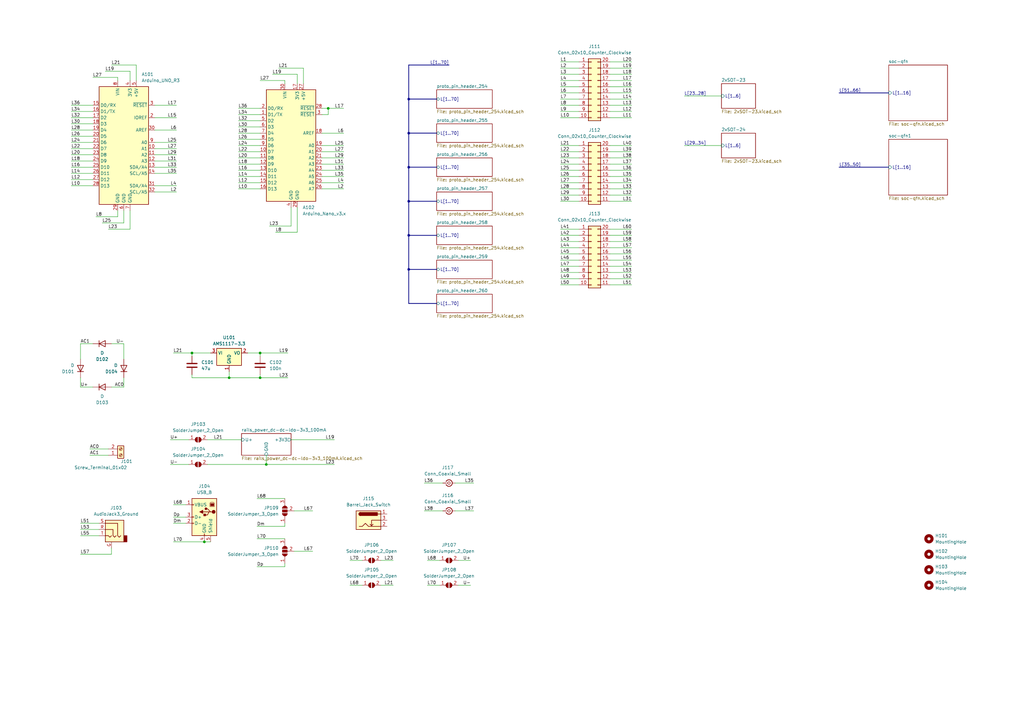
<source format=kicad_sch>
(kicad_sch (version 20231120) (generator "eeschema") (generator_version "8.0")
  (paper "A3")
  (lib_symbols
    (symbol "Connector:Barrel_Jack_Switch" (pin_names hide)
      (property "Reference" "J" (at 0 5.334 0))
      (property "Value" "Barrel_Jack_Switch" (at 0 -5.08 0))
      (symbol "Barrel_Jack_Switch_0_1"
        (rectangle (start -5.08 3.81) (end 5.08 -3.81) (stroke (width 0.254)) (fill (type background)))
        (arc (start -3.302 3.175) (mid -3.9343 2.54) (end -3.302 1.905) (stroke (width 0.254)))
        (arc (start -3.302 3.175) (mid -3.9343 2.54) (end -3.302 1.905) (stroke (width 0.254)) (fill (type outline)))
        (polyline (pts (xy 1.27 -2.286) (xy 1.905 -1.651)) (stroke (width 0.254)))
        (polyline (pts (xy 5.08 2.54) (xy 3.81 2.54)) (stroke (width 0.254)))
        (polyline (pts (xy 5.08 0) (xy 1.27 0) (xy 1.27 -2.286) (xy 0.635 -1.651)) (stroke (width 0.254)))
        (polyline (pts (xy -3.81 -2.54) (xy -2.54 -2.54) (xy -1.27 -1.27) (xy 0 -2.54) (xy 2.54 -2.54) (xy 5.08 -2.54)) (stroke (width 0.254)))
        (rectangle (start 3.683 3.175) (end -3.302 1.905) (stroke (width 0.254)) (fill (type outline)))
      )
      (symbol "Barrel_Jack_Switch_1_1"
        (pin passive line (at 7.62 2.54 180) (length 2.54) (name "~") (number "1"))
        (pin passive line (at 7.62 -2.54 180) (length 2.54) (name "~") (number "2"))
        (pin passive line (at 7.62 0 180) (length 2.54) (name "~") (number "3"))
      )
    )
    (symbol "Connector:Conn_Coaxial_Small" (pin_numbers hide) (pin_names (offset 1.016) hide)
      (property "Reference" "J" (at 0.254 3.048 0))
      (property "Value" "Conn_Coaxial_Small" (at 0 -3.81 0))
      (symbol "Conn_Coaxial_Small_0_1"
        (polyline (pts (xy -2.54 0) (xy -0.508 0)))
        (circle (center 0 0) (radius 0.508) (stroke (width 0.2032)))
      )
      (symbol "Conn_Coaxial_Small_1_1"
        (arc (start -1.1916 -0.6311) (mid 0.327 -1.3081) (end 1.3484 0.0039) (stroke (width 0.3048)))
        (arc (start 1.3484 -0.0039) (mid 0.327 1.3081) (end -1.1916 0.6311) (stroke (width 0.3048)))
        (pin passive line (at -2.54 0 0) (length 1.27) (name "In") (number "1"))
        (pin passive line (at 2.54 0 180) (length 1.27) (name "Ext") (number "2"))
      )
    )
    (symbol "Connector:Screw_Terminal_01x02" (pin_names (offset 1.016) hide)
      (property "Reference" "J" (at 0 2.54 0))
      (property "Value" "Screw_Terminal_01x02" (at 0 -5.08 0))
      (symbol "Screw_Terminal_01x02_1_1"
        (rectangle (start -1.27 1.27) (end 1.27 -3.81) (stroke (width 0.254)) (fill (type background)))
        (circle (center 0 -2.54) (radius 0.635) (stroke (width 0.1524)))
        (polyline (pts (xy -0.5334 -2.2098) (xy 0.3302 -3.048)) (stroke (width 0.1524)))
        (polyline (pts (xy -0.5334 0.3302) (xy 0.3302 -0.508)) (stroke (width 0.1524)))
        (polyline (pts (xy -0.3556 -2.032) (xy 0.508 -2.8702)) (stroke (width 0.1524)))
        (polyline (pts (xy -0.3556 0.508) (xy 0.508 -0.3302)) (stroke (width 0.1524)))
        (circle (center 0 0) (radius 0.635) (stroke (width 0.1524)))
        (pin passive line (at -5.08 0 0) (length 3.81) (name "Pin_1") (number "1"))
        (pin passive line (at -5.08 -2.54 0) (length 3.81) (name "Pin_2") (number "2"))
      )
    )
    (symbol "Connector:USB_B" (pin_names (offset 1.016))
      (property "Reference" "J" (at -5.08 11.43 0))
      (property "Value" "USB_B" (at -5.08 8.89 0))
      (symbol "USB_B_0_1"
        (rectangle (start -5.08 -7.62) (end 5.08 7.62) (stroke (width 0.254)) (fill (type background)))
        (circle (center -3.81 2.159) (radius 0.635) (stroke (width 0.254)) (fill (type outline)))
        (rectangle (start -3.81 5.588) (end -2.54 4.572) (fill (type outline)))
        (circle (center -0.635 3.429) (radius 0.381) (stroke (width 0.254)) (fill (type outline)))
        (rectangle (start -0.127 -7.62) (end 0.127 -6.858))
        (polyline (pts (xy -1.905 2.159) (xy 0.635 2.159)) (stroke (width 0.254)))
        (polyline (pts (xy -3.175 2.159) (xy -2.54 2.159) (xy -1.27 3.429) (xy -0.635 3.429)) (stroke (width 0.254)))
        (polyline (pts (xy -2.54 2.159) (xy -1.905 2.159) (xy -1.27 0.889) (xy 0 0.889)) (stroke (width 0.254)))
        (polyline (pts (xy 0.635 2.794) (xy 0.635 1.524) (xy 1.905 2.159) (xy 0.635 2.794)) (stroke (width 0.254)) (fill (type outline)))
        (polyline (pts (xy -4.064 4.318) (xy -2.286 4.318) (xy -2.286 5.715) (xy -2.667 6.096) (xy -3.683 6.096) (xy -4.064 5.715) (xy -4.064 4.318)))
        (rectangle (start 0.254 1.27) (end -0.508 0.508) (stroke (width 0.254)) (fill (type outline)))
        (rectangle (start 5.08 -2.667) (end 4.318 -2.413))
        (rectangle (start 5.08 -0.127) (end 4.318 0.127))
        (rectangle (start 5.08 4.953) (end 4.318 5.207))
      )
      (symbol "USB_B_1_1"
        (pin power_out line (at 7.62 5.08 180) (length 2.54) (name "VBUS") (number "1"))
        (pin bidirectional line (at 7.62 -2.54 180) (length 2.54) (name "D-") (number "2"))
        (pin bidirectional line (at 7.62 0 180) (length 2.54) (name "D+") (number "3"))
        (pin power_out line (at 0 -10.16 90) (length 2.54) (name "GND") (number "4"))
        (pin passive line (at -2.54 -10.16 90) (length 2.54) (name "Shield") (number "5"))
      )
    )
    (symbol "Connector_Audio:AudioJack3_Ground"
      (property "Reference" "J" (at 0 8.89 0))
      (property "Value" "AudioJack3_Ground" (at 0 6.35 0))
      (symbol "AudioJack3_Ground_0_1"
        (rectangle (start -5.08 -2.54) (end -6.35 -5.08) (stroke (width 0.254)) (fill (type outline)))
        (polyline (pts (xy 0 -2.54) (xy 0.635 -3.175) (xy 1.27 -2.54) (xy 2.54 -2.54)) (stroke (width 0.254)))
        (polyline (pts (xy -1.905 -2.54) (xy -1.27 -3.175) (xy -0.635 -2.54) (xy -0.635 0) (xy 2.54 0)) (stroke (width 0.254)))
        (polyline (pts (xy 2.54 2.54) (xy -2.54 2.54) (xy -2.54 -2.54) (xy -3.175 -3.175) (xy -3.81 -2.54)) (stroke (width 0.254)))
        (rectangle (start 2.54 3.81) (end -5.08 -5.08) (stroke (width 0.254)) (fill (type background)))
      )
      (symbol "AudioJack3_Ground_1_1"
        (pin passive line (at 0 -7.62 90) (length 2.54) (name "~") (number "G"))
        (pin passive line (at 5.08 0 180) (length 2.54) (name "~") (number "R"))
        (pin passive line (at 5.08 2.54 180) (length 2.54) (name "~") (number "S"))
        (pin passive line (at 5.08 -2.54 180) (length 2.54) (name "~") (number "T"))
      )
    )
    (symbol "Connector_Generic:Conn_02x10_Counter_Clockwise" (pin_names (offset 1.016) hide)
      (property "Reference" "J" (at 1.27 12.7 0))
      (property "Value" "Conn_02x10_Counter_Clockwise" (at 1.27 -15.24 0))
      (symbol "Conn_02x10_Counter_Clockwise_1_1"
        (rectangle (start -1.27 -12.573) (end 0 -12.827) (stroke (width 0.1524)))
        (rectangle (start -1.27 -10.033) (end 0 -10.287) (stroke (width 0.1524)))
        (rectangle (start -1.27 -7.493) (end 0 -7.747) (stroke (width 0.1524)))
        (rectangle (start -1.27 -4.953) (end 0 -5.207) (stroke (width 0.1524)))
        (rectangle (start -1.27 -2.413) (end 0 -2.667) (stroke (width 0.1524)))
        (rectangle (start -1.27 0.127) (end 0 -0.127) (stroke (width 0.1524)))
        (rectangle (start -1.27 2.667) (end 0 2.413) (stroke (width 0.1524)))
        (rectangle (start -1.27 5.207) (end 0 4.953) (stroke (width 0.1524)))
        (rectangle (start -1.27 7.747) (end 0 7.493) (stroke (width 0.1524)))
        (rectangle (start -1.27 10.287) (end 0 10.033) (stroke (width 0.1524)))
        (rectangle (start -1.27 11.43) (end 3.81 -13.97) (stroke (width 0.254)) (fill (type background)))
        (rectangle (start 3.81 -12.573) (end 2.54 -12.827) (stroke (width 0.1524)))
        (rectangle (start 3.81 -10.033) (end 2.54 -10.287) (stroke (width 0.1524)))
        (rectangle (start 3.81 -7.493) (end 2.54 -7.747) (stroke (width 0.1524)))
        (rectangle (start 3.81 -4.953) (end 2.54 -5.207) (stroke (width 0.1524)))
        (rectangle (start 3.81 -2.413) (end 2.54 -2.667) (stroke (width 0.1524)))
        (rectangle (start 3.81 0.127) (end 2.54 -0.127) (stroke (width 0.1524)))
        (rectangle (start 3.81 2.667) (end 2.54 2.413) (stroke (width 0.1524)))
        (rectangle (start 3.81 5.207) (end 2.54 4.953) (stroke (width 0.1524)))
        (rectangle (start 3.81 7.747) (end 2.54 7.493) (stroke (width 0.1524)))
        (rectangle (start 3.81 10.287) (end 2.54 10.033) (stroke (width 0.1524)))
        (pin passive line (at -5.08 10.16 0) (length 3.81) (name "Pin_1") (number "1"))
        (pin passive line (at -5.08 -12.7 0) (length 3.81) (name "Pin_10") (number "10"))
        (pin passive line (at 7.62 -12.7 180) (length 3.81) (name "Pin_11") (number "11"))
        (pin passive line (at 7.62 -10.16 180) (length 3.81) (name "Pin_12") (number "12"))
        (pin passive line (at 7.62 -7.62 180) (length 3.81) (name "Pin_13") (number "13"))
        (pin passive line (at 7.62 -5.08 180) (length 3.81) (name "Pin_14") (number "14"))
        (pin passive line (at 7.62 -2.54 180) (length 3.81) (name "Pin_15") (number "15"))
        (pin passive line (at 7.62 0 180) (length 3.81) (name "Pin_16") (number "16"))
        (pin passive line (at 7.62 2.54 180) (length 3.81) (name "Pin_17") (number "17"))
        (pin passive line (at 7.62 5.08 180) (length 3.81) (name "Pin_18") (number "18"))
        (pin passive line (at 7.62 7.62 180) (length 3.81) (name "Pin_19") (number "19"))
        (pin passive line (at -5.08 7.62 0) (length 3.81) (name "Pin_2") (number "2"))
        (pin passive line (at 7.62 10.16 180) (length 3.81) (name "Pin_20") (number "20"))
        (pin passive line (at -5.08 5.08 0) (length 3.81) (name "Pin_3") (number "3"))
        (pin passive line (at -5.08 2.54 0) (length 3.81) (name "Pin_4") (number "4"))
        (pin passive line (at -5.08 0 0) (length 3.81) (name "Pin_5") (number "5"))
        (pin passive line (at -5.08 -2.54 0) (length 3.81) (name "Pin_6") (number "6"))
        (pin passive line (at -5.08 -5.08 0) (length 3.81) (name "Pin_7") (number "7"))
        (pin passive line (at -5.08 -7.62 0) (length 3.81) (name "Pin_8") (number "8"))
        (pin passive line (at -5.08 -10.16 0) (length 3.81) (name "Pin_9") (number "9"))
      )
    )
    (symbol "Device:C" (pin_numbers hide) (pin_names (offset 0.254))
      (property "Reference" "C" (at 0.635 2.54 0))
      (property "Value" "C" (at 0.635 -2.54 0))
      (symbol "C_0_1"
        (polyline (pts (xy -2.032 -0.762) (xy 2.032 -0.762)) (stroke (width 0.508)))
        (polyline (pts (xy -2.032 0.762) (xy 2.032 0.762)) (stroke (width 0.508)))
      )
      (symbol "C_1_1"
        (pin passive line (at 0 3.81 270) (length 2.794) (name "~") (number "1"))
        (pin passive line (at 0 -3.81 90) (length 2.794) (name "~") (number "2"))
      )
    )
    (symbol "Device:D" (pin_numbers hide) (pin_names (offset 1.016) hide)
      (property "Reference" "D" (at 0 2.54 0))
      (property "Value" "D" (at 0 -2.54 0))
      (symbol "D_0_1"
        (polyline (pts (xy -1.27 1.27) (xy -1.27 -1.27)) (stroke (width 0.254)))
        (polyline (pts (xy 1.27 0) (xy -1.27 0)))
        (polyline (pts (xy 1.27 1.27) (xy 1.27 -1.27) (xy -1.27 0) (xy 1.27 1.27)) (stroke (width 0.254)))
      )
      (symbol "D_1_1"
        (pin passive line (at -3.81 0 0) (length 2.54) (name "K") (number "1"))
        (pin passive line (at 3.81 0 180) (length 2.54) (name "A") (number "2"))
      )
    )
    (symbol "Jumper:SolderJumper_2_Open" (pin_names (offset 0) hide)
      (property "Reference" "JP" (at 0 2.032 0))
      (property "Value" "SolderJumper_2_Open" (at 0 -2.54 0))
      (symbol "SolderJumper_2_Open_0_1"
        (arc (start -0.254 1.016) (mid -1.2656 0) (end -0.254 -1.016))
        (arc (start -0.254 1.016) (mid -1.2656 0) (end -0.254 -1.016) (fill (type outline)))
        (polyline (pts (xy -0.254 1.016) (xy -0.254 -1.016)))
        (polyline (pts (xy 0.254 1.016) (xy 0.254 -1.016)))
        (arc (start 0.254 -1.016) (mid 1.2656 0) (end 0.254 1.016))
        (arc (start 0.254 -1.016) (mid 1.2656 0) (end 0.254 1.016) (fill (type outline)))
      )
      (symbol "SolderJumper_2_Open_1_1"
        (pin passive line (at -3.81 0 0) (length 2.54) (name "A") (number "1"))
        (pin passive line (at 3.81 0 180) (length 2.54) (name "B") (number "2"))
      )
    )
    (symbol "Jumper:SolderJumper_3_Open" (pin_names (offset 0) hide) (exclude_from_sim yes) (in_bom no)
      (property "Reference" "JP" (at -2.54 -2.54 0))
      (property "Value" "SolderJumper_3_Open" (at 0 2.794 0))
      (symbol "SolderJumper_3_Open_0_1"
        (arc (start -1.016 1.016) (mid -2.0276 0) (end -1.016 -1.016))
        (arc (start -1.016 1.016) (mid -2.0276 0) (end -1.016 -1.016) (fill (type outline)))
        (rectangle (start -0.508 1.016) (end 0.508 -1.016) (fill (type outline)))
        (polyline (pts (xy -2.54 0) (xy -2.032 0)))
        (polyline (pts (xy -1.016 1.016) (xy -1.016 -1.016)))
        (polyline (pts (xy 0 -1.27) (xy 0 -1.016)))
        (polyline (pts (xy 1.016 1.016) (xy 1.016 -1.016)))
        (polyline (pts (xy 2.54 0) (xy 2.032 0)))
        (arc (start 1.016 -1.016) (mid 2.0276 0) (end 1.016 1.016))
        (arc (start 1.016 -1.016) (mid 2.0276 0) (end 1.016 1.016) (fill (type outline)))
      )
      (symbol "SolderJumper_3_Open_1_1"
        (pin passive line (at -5.08 0 0) (length 2.54) (name "A") (number "1"))
        (pin passive line (at 0 -3.81 90) (length 2.54) (name "C") (number "2"))
        (pin passive line (at 5.08 0 180) (length 2.54) (name "B") (number "3"))
      )
    )
    (symbol "MCU_Module:Arduino_Nano_v3.x"
      (property "Reference" "A" (at -10.16 23.495 0))
      (property "Value" "Arduino_Nano_v3.x" (at 5.08 -24.13 0))
      (symbol "Arduino_Nano_v3.x_0_1"
        (rectangle (start -10.16 22.86) (end 10.16 -22.86) (stroke (width 0.254)) (fill (type background)))
      )
      (symbol "Arduino_Nano_v3.x_1_1"
        (pin bidirectional line (at -12.7 12.7 0) (length 2.54) (name "D1/TX") (number "1"))
        (pin bidirectional line (at -12.7 -2.54 0) (length 2.54) (name "D7") (number "10"))
        (pin bidirectional line (at -12.7 -5.08 0) (length 2.54) (name "D8") (number "11"))
        (pin bidirectional line (at -12.7 -7.62 0) (length 2.54) (name "D9") (number "12"))
        (pin bidirectional line (at -12.7 -10.16 0) (length 2.54) (name "D10") (number "13"))
        (pin bidirectional line (at -12.7 -12.7 0) (length 2.54) (name "D11") (number "14"))
        (pin bidirectional line (at -12.7 -15.24 0) (length 2.54) (name "D12") (number "15"))
        (pin bidirectional line (at -12.7 -17.78 0) (length 2.54) (name "D13") (number "16"))
        (pin power_out line (at 2.54 25.4 270) (length 2.54) (name "3V3") (number "17"))
        (pin input line (at 12.7 5.08 180) (length 2.54) (name "AREF") (number "18"))
        (pin bidirectional line (at 12.7 0 180) (length 2.54) (name "A0") (number "19"))
        (pin bidirectional line (at -12.7 15.24 0) (length 2.54) (name "D0/RX") (number "2"))
        (pin bidirectional line (at 12.7 -2.54 180) (length 2.54) (name "A1") (number "20"))
        (pin bidirectional line (at 12.7 -5.08 180) (length 2.54) (name "A2") (number "21"))
        (pin bidirectional line (at 12.7 -7.62 180) (length 2.54) (name "A3") (number "22"))
        (pin bidirectional line (at 12.7 -10.16 180) (length 2.54) (name "A4") (number "23"))
        (pin bidirectional line (at 12.7 -12.7 180) (length 2.54) (name "A5") (number "24"))
        (pin bidirectional line (at 12.7 -15.24 180) (length 2.54) (name "A6") (number "25"))
        (pin bidirectional line (at 12.7 -17.78 180) (length 2.54) (name "A7") (number "26"))
        (pin power_out line (at 5.08 25.4 270) (length 2.54) (name "+5V") (number "27"))
        (pin input line (at 12.7 15.24 180) (length 2.54) (name "~{RESET}") (number "28"))
        (pin power_in line (at 2.54 -25.4 90) (length 2.54) (name "GND") (number "29"))
        (pin input line (at 12.7 12.7 180) (length 2.54) (name "~{RESET}") (number "3"))
        (pin power_in line (at -2.54 25.4 270) (length 2.54) (name "VIN") (number "30"))
        (pin power_in line (at 0 -25.4 90) (length 2.54) (name "GND") (number "4"))
        (pin bidirectional line (at -12.7 10.16 0) (length 2.54) (name "D2") (number "5"))
        (pin bidirectional line (at -12.7 7.62 0) (length 2.54) (name "D3") (number "6"))
        (pin bidirectional line (at -12.7 5.08 0) (length 2.54) (name "D4") (number "7"))
        (pin bidirectional line (at -12.7 2.54 0) (length 2.54) (name "D5") (number "8"))
        (pin bidirectional line (at -12.7 0 0) (length 2.54) (name "D6") (number "9"))
      )
    )
    (symbol "MCU_Module:Arduino_UNO_R3"
      (property "Reference" "A" (at -10.16 23.495 0))
      (property "Value" "Arduino_UNO_R3" (at 5.08 -26.67 0))
      (symbol "Arduino_UNO_R3_0_1"
        (rectangle (start -10.16 22.86) (end 10.16 -25.4) (stroke (width 0.254)) (fill (type background)))
      )
      (symbol "Arduino_UNO_R3_1_1"
        (pin no_connect line (at -10.16 -20.32 0) (length 2.54) hide (name "NC") (number "1"))
        (pin bidirectional line (at 12.7 -2.54 180) (length 2.54) (name "A1") (number "10"))
        (pin bidirectional line (at 12.7 -5.08 180) (length 2.54) (name "A2") (number "11"))
        (pin bidirectional line (at 12.7 -7.62 180) (length 2.54) (name "A3") (number "12"))
        (pin bidirectional line (at 12.7 -10.16 180) (length 2.54) (name "SDA/A4") (number "13"))
        (pin bidirectional line (at 12.7 -12.7 180) (length 2.54) (name "SCL/A5") (number "14"))
        (pin bidirectional line (at -12.7 15.24 0) (length 2.54) (name "D0/RX") (number "15"))
        (pin bidirectional line (at -12.7 12.7 0) (length 2.54) (name "D1/TX") (number "16"))
        (pin bidirectional line (at -12.7 10.16 0) (length 2.54) (name "D2") (number "17"))
        (pin bidirectional line (at -12.7 7.62 0) (length 2.54) (name "D3") (number "18"))
        (pin bidirectional line (at -12.7 5.08 0) (length 2.54) (name "D4") (number "19"))
        (pin output line (at 12.7 10.16 180) (length 2.54) (name "IOREF") (number "2"))
        (pin bidirectional line (at -12.7 2.54 0) (length 2.54) (name "D5") (number "20"))
        (pin bidirectional line (at -12.7 0 0) (length 2.54) (name "D6") (number "21"))
        (pin bidirectional line (at -12.7 -2.54 0) (length 2.54) (name "D7") (number "22"))
        (pin bidirectional line (at -12.7 -5.08 0) (length 2.54) (name "D8") (number "23"))
        (pin bidirectional line (at -12.7 -7.62 0) (length 2.54) (name "D9") (number "24"))
        (pin bidirectional line (at -12.7 -10.16 0) (length 2.54) (name "D10") (number "25"))
        (pin bidirectional line (at -12.7 -12.7 0) (length 2.54) (name "D11") (number "26"))
        (pin bidirectional line (at -12.7 -15.24 0) (length 2.54) (name "D12") (number "27"))
        (pin bidirectional line (at -12.7 -17.78 0) (length 2.54) (name "D13") (number "28"))
        (pin power_in line (at -2.54 -27.94 90) (length 2.54) (name "GND") (number "29"))
        (pin input line (at 12.7 15.24 180) (length 2.54) (name "~{RESET}") (number "3"))
        (pin input line (at 12.7 5.08 180) (length 2.54) (name "AREF") (number "30"))
        (pin bidirectional line (at 12.7 -17.78 180) (length 2.54) (name "SDA/A4") (number "31"))
        (pin bidirectional line (at 12.7 -20.32 180) (length 2.54) (name "SCL/A5") (number "32"))
        (pin power_out line (at 2.54 25.4 270) (length 2.54) (name "3V3") (number "4"))
        (pin power_out line (at 5.08 25.4 270) (length 2.54) (name "+5V") (number "5"))
        (pin power_in line (at 0 -27.94 90) (length 2.54) (name "GND") (number "6"))
        (pin power_in line (at 2.54 -27.94 90) (length 2.54) (name "GND") (number "7"))
        (pin power_in line (at -2.54 25.4 270) (length 2.54) (name "VIN") (number "8"))
        (pin bidirectional line (at 12.7 0 180) (length 2.54) (name "A0") (number "9"))
      )
    )
    (symbol "Mechanical:MountingHole" (pin_names (offset 1.016)) (exclude_from_sim yes) (in_bom no)
      (property "Reference" "H" (at 0 5.08 0))
      (property "Value" "MountingHole" (at 0 3.175 0))
      (symbol "MountingHole_0_1"
        (circle (center 0 0) (radius 1.27) (stroke (width 1.27)))
      )
    )
    (symbol "Regulator_Linear:AMS1117-3.3"
      (property "Reference" "U" (at -3.81 3.175 0))
      (property "Value" "AMS1117-3.3" (at 0 3.175 0))
      (symbol "AMS1117-3.3_0_1"
        (rectangle (start -5.08 -5.08) (end 5.08 1.905) (stroke (width 0.254)) (fill (type background)))
      )
      (symbol "AMS1117-3.3_1_1"
        (pin power_in line (at 0 -7.62 90) (length 2.54) (name "GND") (number "1"))
        (pin power_out line (at 7.62 0 180) (length 2.54) (name "VO") (number "2"))
        (pin power_in line (at -7.62 0 0) (length 2.54) (name "VI") (number "3"))
      )
    )
  )
  (junction (at 109.22 190.5))
  (junction (at 134.62 44.45))
  (junction (at 167.64 82.55))
  (junction (at 78.74 144.78))
  (junction (at 83.82 222.25))
  (junction (at 167.64 68.58))
  (junction (at 167.64 110.49))
  (junction (at 106.68 154.94))
  (junction (at 167.64 96.52))
  (junction (at 106.68 144.78))
  (junction (at 167.64 40.64))
  (junction (at 167.64 54.61))
  (junction (at 93.98 154.94))
  (wire (pts (xy 250.19 64.77) (xy 259.08 64.77)))
  (bus (pts (xy 167.64 26.67) (xy 184.15 26.67)))
  (wire (pts (xy 250.19 35.56) (xy 259.08 35.56)))
  (wire (pts (xy 229.87 45.72) (xy 237.49 45.72)))
  (wire (pts (xy 250.19 93.98) (xy 259.08 93.98)))
  (wire (pts (xy 72.39 68.58) (xy 63.5 68.58)))
  (wire (pts (xy 250.19 77.47) (xy 259.08 77.47)))
  (bus (pts (xy 344.17 38.1) (xy 364.49 38.1)))
  (wire (pts (xy 63.5 76.2) (xy 72.39 76.2)))
  (wire (pts (xy 229.87 30.48) (xy 237.49 30.48)))
  (wire (pts (xy 250.19 111.76) (xy 259.08 111.76)))
  (wire (pts (xy 250.19 38.1) (xy 259.08 38.1)))
  (wire (pts (xy 116.84 204.47) (xy 105.41 204.47)))
  (wire (pts (xy 186.69 198.12) (xy 194.31 198.12)))
  (bus (pts (xy 167.64 124.46) (xy 167.64 110.49)))
  (wire (pts (xy 186.69 209.55) (xy 194.31 209.55)))
  (wire (pts (xy 38.1 50.8) (xy 29.21 50.8)))
  (wire (pts (xy 250.19 96.52) (xy 259.08 96.52)))
  (wire (pts (xy 132.08 74.93) (xy 140.97 74.93)))
  (wire (pts (xy 36.83 184.15) (xy 44.45 184.15)))
  (wire (pts (xy 121.92 85.09) (xy 121.92 95.25)))
  (wire (pts (xy 116.84 34.29) (xy 116.84 33.02)))
  (wire (pts (xy 140.97 62.23) (xy 132.08 62.23)))
  (wire (pts (xy 106.68 62.23) (xy 97.79 62.23)))
  (wire (pts (xy 72.39 63.5) (xy 63.5 63.5)))
  (wire (pts (xy 140.97 72.39) (xy 132.08 72.39)))
  (wire (pts (xy 38.1 43.18) (xy 29.21 43.18)))
  (wire (pts (xy 78.74 154.94) (xy 93.98 154.94)))
  (wire (pts (xy 250.19 48.26) (xy 259.08 48.26)))
  (bus (pts (xy 167.64 110.49) (xy 167.64 96.52)))
  (wire (pts (xy 106.68 77.47) (xy 97.79 77.47)))
  (wire (pts (xy 140.97 67.31) (xy 132.08 67.31)))
  (wire (pts (xy 72.39 71.12) (xy 63.5 71.12)))
  (wire (pts (xy 250.19 40.64) (xy 259.08 40.64)))
  (wire (pts (xy 114.3 27.94) (xy 124.46 27.94)))
  (wire (pts (xy 45.72 224.79) (xy 45.72 227.33)))
  (wire (pts (xy 250.19 67.31) (xy 259.08 67.31)))
  (wire (pts (xy 106.68 74.93) (xy 97.79 74.93)))
  (wire (pts (xy 93.98 154.94) (xy 106.68 154.94)))
  (bus (pts (xy 344.17 68.58) (xy 364.49 68.58)))
  (wire (pts (xy 237.49 59.69) (xy 229.87 59.69)))
  (bus (pts (xy 167.64 68.58) (xy 179.07 68.58)))
  (wire (pts (xy 106.68 64.77) (xy 97.79 64.77)))
  (wire (pts (xy 106.68 144.78) (xy 106.68 146.05)))
  (wire (pts (xy 106.68 72.39) (xy 97.79 72.39)))
  (wire (pts (xy 106.68 144.78) (xy 118.11 144.78)))
  (wire (pts (xy 140.97 69.85) (xy 132.08 69.85)))
  (wire (pts (xy 50.8 91.44) (xy 41.91 91.44)))
  (wire (pts (xy 250.19 99.06) (xy 259.08 99.06)))
  (wire (pts (xy 63.5 53.34) (xy 72.39 53.34)))
  (wire (pts (xy 237.49 114.3) (xy 229.87 114.3)))
  (wire (pts (xy 78.74 144.78) (xy 86.36 144.78)))
  (wire (pts (xy 109.22 190.5) (xy 137.16 190.5)))
  (wire (pts (xy 50.8 86.36) (xy 50.8 91.44)))
  (wire (pts (xy 63.5 78.74) (xy 72.39 78.74)))
  (wire (pts (xy 33.02 214.63) (xy 40.64 214.63)))
  (wire (pts (xy 119.38 180.34) (xy 137.16 180.34)))
  (wire (pts (xy 33.02 147.32) (xy 33.02 140.97)))
  (wire (pts (xy 237.49 67.31) (xy 229.87 67.31)))
  (wire (pts (xy 72.39 48.26) (xy 63.5 48.26)))
  (bus (pts (xy 167.64 68.58) (xy 167.64 54.61)))
  (wire (pts (xy 33.02 158.75) (xy 33.02 154.94)))
  (wire (pts (xy 38.1 31.75) (xy 48.26 31.75)))
  (wire (pts (xy 229.87 38.1) (xy 237.49 38.1)))
  (wire (pts (xy 237.49 69.85) (xy 229.87 69.85)))
  (bus (pts (xy 167.64 40.64) (xy 179.07 40.64)))
  (wire (pts (xy 50.8 158.75) (xy 50.8 154.94)))
  (wire (pts (xy 237.49 77.47) (xy 229.87 77.47)))
  (wire (pts (xy 250.19 104.14) (xy 259.08 104.14)))
  (bus (pts (xy 167.64 110.49) (xy 179.07 110.49)))
  (wire (pts (xy 55.88 26.67) (xy 55.88 33.02)))
  (wire (pts (xy 48.26 88.9) (xy 39.37 88.9)))
  (wire (pts (xy 181.61 209.55) (xy 173.99 209.55)))
  (wire (pts (xy 250.19 45.72) (xy 259.08 45.72)))
  (wire (pts (xy 229.87 43.18) (xy 237.49 43.18)))
  (wire (pts (xy 120.65 209.55) (xy 128.27 209.55)))
  (wire (pts (xy 72.39 66.04) (xy 63.5 66.04)))
  (wire (pts (xy 71.12 144.78) (xy 78.74 144.78)))
  (wire (pts (xy 229.87 35.56) (xy 237.49 35.56)))
  (wire (pts (xy 38.1 55.88) (xy 29.21 55.88)))
  (wire (pts (xy 116.84 220.98) (xy 105.41 220.98)))
  (wire (pts (xy 50.8 140.97) (xy 50.8 147.32)))
  (wire (pts (xy 250.19 43.18) (xy 259.08 43.18)))
  (wire (pts (xy 119.38 92.71) (xy 110.49 92.71)))
  (wire (pts (xy 250.19 25.4) (xy 259.08 25.4)))
  (wire (pts (xy 106.68 52.07) (xy 97.79 52.07)))
  (wire (pts (xy 140.97 64.77) (xy 132.08 64.77)))
  (wire (pts (xy 250.19 72.39) (xy 259.08 72.39)))
  (wire (pts (xy 124.46 27.94) (xy 124.46 34.29)))
  (wire (pts (xy 76.2 214.63) (xy 71.12 214.63)))
  (wire (pts (xy 121.92 95.25) (xy 113.03 95.25)))
  (wire (pts (xy 180.34 229.87) (xy 175.26 229.87)))
  (wire (pts (xy 38.1 158.75) (xy 33.02 158.75)))
  (wire (pts (xy 237.49 62.23) (xy 229.87 62.23)))
  (wire (pts (xy 121.92 30.48) (xy 121.92 34.29)))
  (wire (pts (xy 106.68 54.61) (xy 97.79 54.61)))
  (wire (pts (xy 134.62 44.45) (xy 132.08 44.45)))
  (wire (pts (xy 83.82 222.25) (xy 86.36 222.25)))
  (wire (pts (xy 48.26 33.02) (xy 48.26 31.75)))
  (wire (pts (xy 38.1 71.12) (xy 29.21 71.12)))
  (wire (pts (xy 106.68 67.31) (xy 97.79 67.31)))
  (wire (pts (xy 180.34 240.03) (xy 175.26 240.03)))
  (wire (pts (xy 237.49 104.14) (xy 229.87 104.14)))
  (wire (pts (xy 250.19 62.23) (xy 259.08 62.23)))
  (wire (pts (xy 38.1 53.34) (xy 29.21 53.34)))
  (wire (pts (xy 140.97 59.69) (xy 132.08 59.69)))
  (bus (pts (xy 167.64 96.52) (xy 167.64 82.55)))
  (wire (pts (xy 229.87 33.02) (xy 237.49 33.02)))
  (wire (pts (xy 132.08 77.47) (xy 140.97 77.47)))
  (wire (pts (xy 109.22 186.69) (xy 109.22 190.5)))
  (wire (pts (xy 106.68 57.15) (xy 97.79 57.15)))
  (wire (pts (xy 53.34 29.21) (xy 53.34 33.02)))
  (wire (pts (xy 106.68 33.02) (xy 116.84 33.02)))
  (wire (pts (xy 229.87 25.4) (xy 237.49 25.4)))
  (wire (pts (xy 134.62 44.45) (xy 134.62 46.99)))
  (wire (pts (xy 78.74 144.78) (xy 78.74 146.05)))
  (wire (pts (xy 33.02 227.33) (xy 45.72 227.33)))
  (wire (pts (xy 38.1 58.42) (xy 29.21 58.42)))
  (wire (pts (xy 237.49 111.76) (xy 229.87 111.76)))
  (wire (pts (xy 38.1 45.72) (xy 29.21 45.72)))
  (wire (pts (xy 250.19 74.93) (xy 259.08 74.93)))
  (wire (pts (xy 140.97 44.45) (xy 134.62 44.45)))
  (bus (pts (xy 167.64 54.61) (xy 167.64 40.64)))
  (wire (pts (xy 50.8 140.97) (xy 45.72 140.97)))
  (wire (pts (xy 250.19 69.85) (xy 259.08 69.85)))
  (bus (pts (xy 167.64 82.55) (xy 167.64 68.58)))
  (wire (pts (xy 38.1 73.66) (xy 29.21 73.66)))
  (wire (pts (xy 38.1 68.58) (xy 29.21 68.58)))
  (wire (pts (xy 106.68 49.53) (xy 97.79 49.53)))
  (wire (pts (xy 187.96 229.87) (xy 193.04 229.87)))
  (wire (pts (xy 72.39 43.18) (xy 63.5 43.18)))
  (wire (pts (xy 156.21 229.87) (xy 161.29 229.87)))
  (wire (pts (xy 43.18 29.21) (xy 53.34 29.21)))
  (bus (pts (xy 167.64 40.64) (xy 167.64 26.67)))
  (wire (pts (xy 72.39 60.96) (xy 63.5 60.96)))
  (wire (pts (xy 69.85 180.34) (xy 77.47 180.34)))
  (wire (pts (xy 85.09 190.5) (xy 109.22 190.5)))
  (wire (pts (xy 33.02 217.17) (xy 40.64 217.17)))
  (wire (pts (xy 237.49 96.52) (xy 229.87 96.52)))
  (wire (pts (xy 38.1 63.5) (xy 29.21 63.5)))
  (wire (pts (xy 250.19 27.94) (xy 259.08 27.94)))
  (wire (pts (xy 250.19 82.55) (xy 259.08 82.55)))
  (wire (pts (xy 119.38 85.09) (xy 119.38 92.71)))
  (wire (pts (xy 38.1 140.97) (xy 33.02 140.97)))
  (wire (pts (xy 237.49 99.06) (xy 229.87 99.06)))
  (wire (pts (xy 36.83 186.69) (xy 44.45 186.69)))
  (wire (pts (xy 120.65 226.06) (xy 128.27 226.06)))
  (wire (pts (xy 77.47 190.5) (xy 69.85 190.5)))
  (wire (pts (xy 156.21 240.03) (xy 161.29 240.03)))
  (wire (pts (xy 237.49 72.39) (xy 229.87 72.39)))
  (bus (pts (xy 167.64 82.55) (xy 179.07 82.55)))
  (wire (pts (xy 132.08 54.61) (xy 140.97 54.61)))
  (wire (pts (xy 250.19 59.69) (xy 259.08 59.69)))
  (wire (pts (xy 237.49 93.98) (xy 229.87 93.98)))
  (wire (pts (xy 101.6 144.78) (xy 106.68 144.78)))
  (wire (pts (xy 72.39 58.42) (xy 63.5 58.42)))
  (wire (pts (xy 45.72 26.67) (xy 55.88 26.67)))
  (wire (pts (xy 33.02 219.71) (xy 40.64 219.71)))
  (bus (pts (xy 167.64 54.61) (xy 179.07 54.61)))
  (wire (pts (xy 105.41 215.9) (xy 116.84 215.9)))
  (wire (pts (xy 250.19 114.3) (xy 259.08 114.3)))
  (wire (pts (xy 181.61 198.12) (xy 173.99 198.12)))
  (wire (pts (xy 53.34 93.98) (xy 44.45 93.98)))
  (wire (pts (xy 280.67 59.69) (xy 295.91 59.69)))
  (wire (pts (xy 106.68 69.85) (xy 97.79 69.85)))
  (wire (pts (xy 38.1 48.26) (xy 29.21 48.26)))
  (wire (pts (xy 116.84 215.9) (xy 116.84 214.63)))
  (wire (pts (xy 116.84 232.41) (xy 116.84 231.14)))
  (wire (pts (xy 76.2 212.09) (xy 71.12 212.09)))
  (wire (pts (xy 106.68 59.69) (xy 97.79 59.69)))
  (wire (pts (xy 71.12 222.25) (xy 83.82 222.25)))
  (wire (pts (xy 280.67 39.37) (xy 295.91 39.37)))
  (wire (pts (xy 237.49 101.6) (xy 229.87 101.6)))
  (wire (pts (xy 38.1 76.2) (xy 29.21 76.2)))
  (wire (pts (xy 93.98 152.4) (xy 93.98 154.94)))
  (wire (pts (xy 229.87 40.64) (xy 237.49 40.64)))
  (wire (pts (xy 50.8 158.75) (xy 45.72 158.75)))
  (wire (pts (xy 250.19 116.84) (xy 259.08 116.84)))
  (wire (pts (xy 237.49 106.68) (xy 229.87 106.68)))
  (wire (pts (xy 38.1 60.96) (xy 29.21 60.96)))
  (wire (pts (xy 53.34 86.36) (xy 53.34 93.98)))
  (wire (pts (xy 38.1 66.04) (xy 29.21 66.04)))
  (wire (pts (xy 237.49 74.93) (xy 229.87 74.93)))
  (wire (pts (xy 106.68 154.94) (xy 118.11 154.94)))
  (wire (pts (xy 85.09 180.34) (xy 99.06 180.34)))
  (wire (pts (xy 237.49 109.22) (xy 229.87 109.22)))
  (wire (pts (xy 105.41 232.41) (xy 116.84 232.41)))
  (wire (pts (xy 237.49 82.55) (xy 229.87 82.55)))
  (wire (pts (xy 148.59 229.87) (xy 143.51 229.87)))
  (wire (pts (xy 76.2 207.01) (xy 71.12 207.01)))
  (wire (pts (xy 237.49 116.84) (xy 229.87 116.84)))
  (wire (pts (xy 148.59 240.03) (xy 143.51 240.03)))
  (wire (pts (xy 250.19 33.02) (xy 259.08 33.02)))
  (wire (pts (xy 48.26 88.9) (xy 48.26 86.36)))
  (wire (pts (xy 250.19 80.01) (xy 259.08 80.01)))
  (wire (pts (xy 106.68 46.99) (xy 97.79 46.99)))
  (wire (pts (xy 250.19 109.22) (xy 259.08 109.22)))
  (wire (pts (xy 187.96 240.03) (xy 193.04 240.03)))
  (wire (pts (xy 229.87 27.94) (xy 237.49 27.94)))
  (wire (pts (xy 250.19 30.48) (xy 259.08 30.48)))
  (wire (pts (xy 106.68 153.67) (xy 106.68 154.94)))
  (wire (pts (xy 111.76 30.48) (xy 121.92 30.48)))
  (wire (pts (xy 106.68 44.45) (xy 97.79 44.45)))
  (bus (pts (xy 167.64 124.46) (xy 179.07 124.46)))
  (wire (pts (xy 229.87 48.26) (xy 237.49 48.26)))
  (wire (pts (xy 250.19 101.6) (xy 259.08 101.6)))
  (bus (pts (xy 167.64 96.52) (xy 179.07 96.52)))
  (wire (pts (xy 78.74 153.67) (xy 78.74 154.94)))
  (wire (pts (xy 237.49 64.77) (xy 229.87 64.77)))
  (wire (pts (xy 250.19 106.68) (xy 259.08 106.68)))
  (wire (pts (xy 132.08 46.99) (xy 134.62 46.99)))
  (wire (pts (xy 237.49 80.01) (xy 229.87 80.01)))
  (label "L20" (at 97.79 64.77 0))
  (label "L67" (at 128.27 226.06 180))
  (label "L36" (at 29.21 43.18 0))
  (label "L21" (at 87.63 180.34 0))
  (label "AC0" (at 50.8 158.75 180))
  (label "L29" (at 140.97 64.77 180))
  (label "L21" (at 45.72 26.67 0))
  (label "L26" (at 97.79 57.15 0))
  (label "L57" (at 33.02 227.33 0))
  (label "L31" (at 259.08 82.55 180))
  (label "L19" (at 118.11 144.78 180))
  (label "L15" (at 72.39 48.26 180))
  (label "Dp" (at 71.12 212.09 0))
  (label "L49" (at 229.87 114.3 0))
  (label "L4" (at 140.97 74.93 180))
  (label "L28" (at 29.21 53.34 0))
  (label "L1" (at 229.87 25.4 0))
  (label "L68" (at 71.12 207.01 0))
  (label "L27" (at 106.68 33.02 0))
  (label "L26" (at 29.21 55.88 0))
  (label "L46" (at 229.87 106.68 0))
  (label "L52" (at 259.08 114.3 180))
  (label "L6" (at 140.97 54.61 180))
  (label "L10" (at 229.87 48.26 0))
  (label "L3" (at 229.87 30.48 0))
  (label "L39" (at 259.08 62.23 180))
  (label "L23" (at 110.49 92.71 0))
  (label "L68" (at 175.26 229.87 0))
  (label "L8" (at 229.87 43.18 0))
  (label "L29" (at 229.87 80.01 0))
  (label "L27" (at 229.87 74.93 0))
  (label "L67" (at 128.27 209.55 180))
  (label "L59" (at 259.08 96.52 180))
  (label "L21" (at 161.29 240.03 180))
  (label "L30" (at 97.79 52.07 0))
  (label "L12" (at 97.79 74.93 0))
  (label "L31" (at 140.97 67.31 180))
  (label "L16" (at 259.08 35.56 180))
  (label "L26" (at 229.87 72.39 0))
  (label "L68" (at 143.51 240.03 0))
  (label "L18" (at 97.79 67.31 0))
  (label "U-" (at 50.8 140.97 180))
  (label "L32" (at 29.21 48.26 0))
  (label "L23" (at 137.16 190.5 180))
  (label "AC1" (at 36.83 186.69 0))
  (label "Dp" (at 105.41 232.41 0))
  (label "L51" (at 259.08 116.84 180))
  (label "L36" (at 97.79 44.45 0))
  (label "L54" (at 259.08 109.22 180))
  (label "L50" (at 229.87 116.84 0))
  (label "U-" (at 69.85 190.5 0))
  (label "L18" (at 29.21 66.04 0))
  (label "L53" (at 33.02 217.17 0))
  (label "U+" (at 193.04 229.87 180))
  (label "L47" (at 229.87 109.22 0))
  (label "L29" (at 72.39 63.5 180))
  (label "L2" (at 229.87 27.94 0))
  (label "L2" (at 72.39 78.74 180))
  (label "L[29..34]" (at 280.67 59.69 0))
  (label "L35" (at 194.31 198.12 180))
  (label "L36" (at 173.99 198.12 0))
  (label "L17" (at 140.97 44.45 180))
  (label "L55" (at 259.08 106.68 180))
  (label "L[23..28]" (at 280.67 39.37 0))
  (label "L22" (at 229.87 62.23 0))
  (label "L44" (at 229.87 101.6 0))
  (label "L32" (at 259.08 80.01 180))
  (label "L21" (at 71.12 144.78 0))
  (label "L25" (at 41.91 91.44 0))
  (label "L6" (at 229.87 38.1 0))
  (label "L25" (at 72.39 58.42 180))
  (label "L27" (at 38.1 31.75 0))
  (label "L12" (at 29.21 73.66 0))
  (label "L21" (at 229.87 59.69 0))
  (label "L18" (at 259.08 30.48 180))
  (label "L22" (at 97.79 62.23 0))
  (label "L4" (at 72.39 76.2 180))
  (label "L56" (at 259.08 104.14 180))
  (label "L58" (at 259.08 99.06 180))
  (label "L30" (at 229.87 82.55 0))
  (label "L[51..66]" (at 344.17 38.1 0))
  (label "L20" (at 29.21 63.5 0))
  (label "L9" (at 229.87 45.72 0))
  (label "L17" (at 72.39 43.18 180))
  (label "L33" (at 259.08 77.47 180))
  (label "L20" (at 259.08 25.4 180))
  (label "L27" (at 140.97 62.23 180))
  (label "L70" (at 105.41 220.98 0))
  (label "L17" (at 259.08 33.02 180))
  (label "L70" (at 71.12 222.25 0))
  (label "L12" (at 259.08 45.72 180))
  (label "L33" (at 72.39 68.58 180))
  (label "L25" (at 229.87 69.85 0))
  (label "L28" (at 97.79 54.61 0))
  (label "L55" (at 33.02 219.71 0))
  (label "L38" (at 259.08 64.77 180))
  (label "L70" (at 175.26 240.03 0))
  (label "L35" (at 259.08 72.39 180))
  (label "L45" (at 229.87 104.14 0))
  (label "L53" (at 259.08 111.76 180))
  (label "L6" (at 72.39 53.34 180))
  (label "L11" (at 259.08 48.26 180))
  (label "L10" (at 29.21 76.2 0))
  (label "L[35..50]" (at 344.17 68.58 0))
  (label "U-" (at 193.04 240.03 180))
  (label "L27" (at 72.39 60.96 180))
  (label "L57" (at 259.08 101.6 180))
  (label "L30" (at 29.21 50.8 0))
  (label "L25" (at 140.97 59.69 180))
  (label "L32" (at 97.79 49.53 0))
  (label "L14" (at 29.21 71.12 0))
  (label "L2" (at 140.97 77.47 180))
  (label "L31" (at 72.39 66.04 180))
  (label "L23" (at 44.45 93.98 0))
  (label "L41" (at 229.87 93.98 0))
  (label "L37" (at 194.31 209.55 180))
  (label "L5" (at 229.87 35.56 0))
  (label "L23" (at 118.11 154.94 180))
  (label "L22" (at 29.21 60.96 0))
  (label "L21" (at 114.3 27.94 0))
  (label "Dm" (at 71.12 214.63 0))
  (label "L24" (at 97.79 59.69 0))
  (label "L33" (at 140.97 69.85 180))
  (label "L24" (at 229.87 67.31 0))
  (label "L36" (at 259.08 69.85 180))
  (label "L48" (at 229.87 111.76 0))
  (label "L13" (at 259.08 43.18 180))
  (label "L60" (at 259.08 93.98 180))
  (label "L23" (at 161.29 229.87 180))
  (label "L43" (at 229.87 99.06 0))
  (label "L34" (at 259.08 74.93 180))
  (label "L35" (at 72.39 71.12 180))
  (label "L16" (at 97.79 69.85 0))
  (label "AC0" (at 36.83 184.15 0))
  (label "AC1" (at 33.02 140.97 0))
  (label "L8" (at 39.37 88.9 0))
  (label "L[1..70]" (at 184.15 26.67 180))
  (label "L37" (at 259.08 67.31 180))
  (label "L34" (at 29.21 45.72 0))
  (label "L19" (at 111.76 30.48 0))
  (label "L24" (at 29.21 58.42 0))
  (label "L19" (at 259.08 27.94 180))
  (label "L7" (at 229.87 40.64 0))
  (label "L16" (at 29.21 68.58 0))
  (label "L23" (at 229.87 64.77 0))
  (label "L10" (at 97.79 77.47 0))
  (label "L8" (at 113.03 95.25 0))
  (label "L40" (at 259.08 59.69 180))
  (label "L68" (at 105.41 204.47 0))
  (label "L38" (at 173.99 209.55 0))
  (label "L42" (at 229.87 96.52 0))
  (label "L19" (at 43.18 29.21 0))
  (label "L19" (at 137.16 180.34 180))
  (label "U+" (at 69.85 180.34 0))
  (label "L51" (at 33.02 214.63 0))
  (label "L28" (at 229.87 77.47 0))
  (label "L34" (at 97.79 46.99 0))
  (label "L4" (at 229.87 33.02 0))
  (label "U+" (at 33.02 158.75 0))
  (label "L14" (at 97.79 72.39 0))
  (label "L15" (at 259.08 38.1 180))
  (label "L70" (at 143.51 229.87 0))
  (label "L35" (at 140.97 72.39 180))
  (label "L14" (at 259.08 40.64 180))
  (label "Dm" (at 105.41 215.9 0))
  (symbol (lib_id "Connector:USB_B") (at 83.82 212.09 0) (mirror y) (unit 1)
    (property "Reference" "J104" (at 83.82 199.39 0))
    (property "Value" "USB_B" (at 83.82 201.93 0))
    (property "Footprint" "Connector_USB:USB_B_OST_USB-B1HSxx_Horizontal" (effects (hide yes)))
    (property "Datasheet" " ~" (effects (hide yes)))
    (property "Description" "USB Type B connector" (effects (hide yes)))
  )
  (symbol (lib_id "Jumper:SolderJumper_2_Open") (at 152.4 240.03 0) (unit 1)
    (property "Reference" "JP105" (at 152.4 233.68 0))
    (property "Value" "SolderJumper_2_Open" (at 152.4 236.22 0))
    (property "Footprint" "Jumper:SolderJumper-2_P1.3mm_Open_TrianglePad1.0x1.5mm" (effects (hide yes)))
    (property "Description" "Solder Jumper, 2-pole, open" (effects (hide yes)))
  )
  (symbol (lib_id "Mechanical:MountingHole") (at 381 233.68 0) (unit 1) (exclude_from_sim yes) (in_bom no)
    (property "Reference" "H103" (at 383.54 232.4099 0) (effects (justify left)))
    (property "Value" "MountingHole" (at 383.54 234.9499 0) (effects (justify left)))
    (property "Footprint" "MountingHole:MountingHole_3.2mm_M3" (effects (hide yes)))
    (property "Description" "Mounting Hole without connection" (effects (hide yes)))
  )
  (symbol (lib_id "Jumper:SolderJumper_3_Open") (at 116.84 209.55 90) (unit 1) (exclude_from_sim yes) (in_bom no)
    (property "Reference" "JP109" (at 114.3 208.2799 90) (effects (justify left)))
    (property "Value" "SolderJumper_3_Open" (at 114.3 210.8199 90) (effects (justify left)))
    (property "Footprint" "Jumper:SolderJumper-3_P2.0mm_Open_TrianglePad1.0x1.5mm" (effects (hide yes)))
    (property "Description" "Solder Jumper, 3-pole, open" (effects (hide yes)))
  )
  (symbol (lib_id "Jumper:SolderJumper_3_Open") (at 116.84 226.06 90) (unit 1) (exclude_from_sim yes) (in_bom no)
    (property "Reference" "JP110" (at 114.3 224.7899 90) (effects (justify left)))
    (property "Value" "SolderJumper_3_Open" (at 114.3 227.3299 90) (effects (justify left)))
    (property "Footprint" "Jumper:SolderJumper-3_P2.0mm_Open_TrianglePad1.0x1.5mm" (effects (hide yes)))
    (property "Description" "Solder Jumper, 3-pole, open" (effects (hide yes)))
  )
  (symbol (lib_id "Mechanical:MountingHole") (at 381 240.03 0) (unit 1) (exclude_from_sim yes) (in_bom no)
    (property "Reference" "H104" (at 383.54 238.7599 0) (effects (justify left)))
    (property "Value" "MountingHole" (at 383.54 241.2999 0) (effects (justify left)))
    (property "Footprint" "MountingHole:MountingHole_3.2mm_M3" (effects (hide yes)))
    (property "Description" "Mounting Hole without connection" (effects (hide yes)))
  )
  (symbol (lib_id "MCU_Module:Arduino_Nano_v3.x") (at 119.38 59.69 0) (unit 1)
    (property "Reference" "A102" (at 124.1141 85.09 0) (effects (justify left)))
    (property "Value" "Arduino_Nano_v3.x" (at 124.1141 87.63 0) (effects (justify left)))
    (property "Footprint" "Module:Arduino_Nano" (effects (hide yes)))
    (property "Datasheet" "http://www.mouser.com/pdfdocs/Gravitech_Arduino_Nano3_0.pdf" (effects (hide yes)))
    (property "Description" "Arduino Nano v3.x" (effects (hide yes)))
  )
  (symbol (lib_id "Connector:Screw_Terminal_01x02") (at 49.53 186.69 0) (mirror x) (unit 1)
    (property "Reference" "J101" (at 49.53 189.23 0) (effects (justify left)))
    (property "Value" "Screw_Terminal_01x02" (at 30.48 191.77 0) (effects (justify left)))
    (property "Footprint" "TerminalBlock:TerminalBlock_bornier-2_P5.08mm" (effects (hide yes)))
    (property "Description" "Generic screw terminal, single row, 01x02, script generated (kicad-library-utils/schlib/autogen/connector/)" (effects (hide yes)))
    (property "OLI_ID" "Spring_Terminal_01x02" (effects (hide yes)))
  )
  (symbol (lib_id "Device:D") (at 33.02 151.13 90) (unit 1)
    (property "Reference" "D101" (at 30.48 152.4001 90) (effects (justify left)))
    (property "Value" "D" (at 30.48 149.8601 90) (effects (justify left)))
    (property "Footprint" "Diode_SMD:D_SMA-SMB_Universal_Handsoldering" (effects (hide yes)))
    (property "Description" "Diode" (effects (hide yes)))
    (property "Sim.Device" "D" (effects (hide yes)))
    (property "Sim.Pins" "1=K 2=A" (effects (hide yes)))
  )
  (symbol (lib_id "Connector_Generic:Conn_02x10_Counter_Clockwise") (at 242.57 69.85 0) (unit 1)
    (property "Reference" "J112" (at 243.84 53.34 0))
    (property "Value" "Conn_02x10_Counter_Clockwise" (at 243.84 55.88 0))
    (property "Footprint" "Connector_PinHeader_1.00mm:PinHeader_2x10_P1.00mm_Vertical" (effects (hide yes)))
    (property "Description" "Generic connector, double row, 02x10, counter clockwise pin numbering scheme (similar to DIP package numbering), script generated (kicad-library-utils/schlib/autogen/connector/)" (effects (hide yes)))
  )
  (symbol (lib_id "Device:D") (at 50.8 151.13 90) (unit 1)
    (property "Reference" "D104" (at 48.26 152.4001 90) (effects (justify left)))
    (property "Value" "D" (at 48.26 149.8601 90) (effects (justify left)))
    (property "Footprint" "Diode_SMD:D_SMA-SMB_Universal_Handsoldering" (effects (hide yes)))
    (property "Description" "Diode" (effects (hide yes)))
    (property "Sim.Device" "D" (effects (hide yes)))
    (property "Sim.Pins" "1=K 2=A" (effects (hide yes)))
  )
  (symbol (lib_id "MCU_Module:Arduino_UNO_R3") (at 50.8 58.42 0) (unit 1)
    (property "Reference" "A101" (at 58.0741 30.48 0) (effects (justify left)))
    (property "Value" "Arduino_UNO_R3" (at 58.0741 33.02 0) (effects (justify left)))
    (property "Footprint" "Module:Arduino_UNO_R3" (effects (hide yes)))
    (property "Datasheet" "https://www.arduino.cc/en/Main/arduinoBoardUno" (effects (hide yes)))
    (property "Description" "Arduino UNO Microcontroller Module, release 3" (effects (hide yes)))
  )
  (symbol (lib_id "Device:C") (at 78.74 149.86 0) (unit 1)
    (property "Reference" "C101" (at 82.55 148.5899 0) (effects (justify left)))
    (property "Value" "47u" (at 82.55 151.1299 0) (effects (justify left)))
    (property "Description" "Unpolarized capacitor" (effects (hide yes)))
  )
  (symbol (lib_id "Jumper:SolderJumper_2_Open") (at 81.28 190.5 0) (unit 1)
    (property "Reference" "JP104" (at 81.28 184.15 0))
    (property "Value" "SolderJumper_2_Open" (at 81.28 186.69 0))
    (property "Footprint" "Jumper:SolderJumper-2_P1.3mm_Open_TrianglePad1.0x1.5mm" (effects (hide yes)))
    (property "Description" "Solder Jumper, 2-pole, open" (effects (hide yes)))
  )
  (symbol (lib_id "Device:C") (at 106.68 149.86 0) (unit 1)
    (property "Reference" "C102" (at 110.49 148.5899 0) (effects (justify left)))
    (property "Value" "100n" (at 110.49 151.1299 0) (effects (justify left)))
    (property "Description" "Unpolarized capacitor" (effects (hide yes)))
  )
  (symbol (lib_id "Connector_Generic:Conn_02x10_Counter_Clockwise") (at 242.57 104.14 0) (unit 1)
    (property "Reference" "J113" (at 243.84 87.63 0))
    (property "Value" "Conn_02x10_Counter_Clockwise" (at 243.84 90.17 0))
    (property "Footprint" "Connector_PinHeader_1.27mm:PinHeader_2x10_P1.27mm_Vertical" (effects (hide yes)))
    (property "Description" "Generic connector, double row, 02x10, counter clockwise pin numbering scheme (similar to DIP package numbering), script generated (kicad-library-utils/schlib/autogen/connector/)" (effects (hide yes)))
  )
  (symbol (lib_id "Device:D") (at 41.91 158.75 0) (unit 1)
    (property "Reference" "D103" (at 41.91 165.1 0))
    (property "Value" "D" (at 41.91 162.56 0))
    (property "Footprint" "Diode_SMD:D_SMA-SMB_Universal_Handsoldering" (effects (hide yes)))
    (property "Description" "Diode" (effects (hide yes)))
    (property "Sim.Device" "D" (effects (hide yes)))
    (property "Sim.Pins" "1=K 2=A" (effects (hide yes)))
  )
  (symbol (lib_id "Jumper:SolderJumper_2_Open") (at 184.15 229.87 0) (unit 1)
    (property "Reference" "JP107" (at 184.15 223.52 0))
    (property "Value" "SolderJumper_2_Open" (at 184.15 226.06 0))
    (property "Footprint" "Jumper:SolderJumper-2_P1.3mm_Open_TrianglePad1.0x1.5mm" (effects (hide yes)))
    (property "Description" "Solder Jumper, 2-pole, open" (effects (hide yes)))
  )
  (symbol (lib_id "Jumper:SolderJumper_2_Open") (at 184.15 240.03 0) (unit 1)
    (property "Reference" "JP108" (at 184.15 233.68 0))
    (property "Value" "SolderJumper_2_Open" (at 184.15 236.22 0))
    (property "Footprint" "Jumper:SolderJumper-2_P1.3mm_Open_TrianglePad1.0x1.5mm" (effects (hide yes)))
    (property "Description" "Solder Jumper, 2-pole, open" (effects (hide yes)))
  )
  (symbol (lib_id "Regulator_Linear:AMS1117-3.3") (at 93.98 144.78 0) (unit 1)
    (property "Reference" "U101" (at 93.98 138.43 0))
    (property "Value" "AMS1117-3.3" (at 93.98 140.97 0))
    (property "Footprint" "Package_TO_SOT_SMD:SOT-223-3_TabPin2" (effects (hide yes)))
    (property "Datasheet" "http://www.advanced-monolithic.com/pdf/ds1117.pdf" (effects (hide yes)))
    (property "Description" "1A Low Dropout regulator, positive, 3.3V fixed output, SOT-223" (effects (hide yes)))
    (property "OLI_ID" "AMS1117-3.3_SOT-223-3" (effects (hide yes)))
  )
  (symbol (lib_id "Mechanical:MountingHole") (at 381 227.33 0) (unit 1) (exclude_from_sim yes) (in_bom no)
    (property "Reference" "H102" (at 383.54 226.0599 0) (effects (justify left)))
    (property "Value" "MountingHole" (at 383.54 228.5999 0) (effects (justify left)))
    (property "Footprint" "MountingHole:MountingHole_3.2mm_M3" (effects (hide yes)))
    (property "Description" "Mounting Hole without connection" (effects (hide yes)))
  )
  (symbol (lib_id "Jumper:SolderJumper_2_Open") (at 81.28 180.34 0) (unit 1)
    (property "Reference" "JP103" (at 81.28 173.99 0))
    (property "Value" "SolderJumper_2_Open" (at 81.28 176.53 0))
    (property "Footprint" "Jumper:SolderJumper-2_P1.3mm_Open_TrianglePad1.0x1.5mm" (effects (hide yes)))
    (property "Description" "Solder Jumper, 2-pole, open" (effects (hide yes)))
  )
  (symbol (lib_id "Connector_Generic:Conn_02x10_Counter_Clockwise") (at 242.57 35.56 0) (unit 1)
    (property "Reference" "J111" (at 243.84 19.05 0))
    (property "Value" "Conn_02x10_Counter_Clockwise" (at 243.84 21.59 0))
    (property "Footprint" "Connector_PinHeader_2.00mm:PinHeader_2x10_P2.00mm_Vertical" (effects (hide yes)))
    (property "Description" "Generic connector, double row, 02x10, counter clockwise pin numbering scheme (similar to DIP package numbering), script generated (kicad-library-utils/schlib/autogen/connector/)" (effects (hide yes)))
  )
  (symbol (lib_id "Mechanical:MountingHole") (at 381 220.98 0) (unit 1) (exclude_from_sim yes) (in_bom no)
    (property "Reference" "H101" (at 383.54 219.7099 0) (effects (justify left)))
    (property "Value" "MountingHole" (at 383.54 222.2499 0) (effects (justify left)))
    (property "Footprint" "MountingHole:MountingHole_3.2mm_M3" (effects (hide yes)))
    (property "Description" "Mounting Hole without connection" (effects (hide yes)))
  )
  (symbol (lib_id "Device:D") (at 41.91 140.97 0) (unit 1)
    (property "Reference" "D102" (at 41.91 147.32 0))
    (property "Value" "D" (at 41.91 144.78 0))
    (property "Footprint" "Diode_SMD:D_SMA-SMB_Universal_Handsoldering" (effects (hide yes)))
    (property "Description" "Diode" (effects (hide yes)))
    (property "Sim.Device" "D" (effects (hide yes)))
    (property "Sim.Pins" "1=K 2=A" (effects (hide yes)))
  )
  (symbol (lib_id "Jumper:SolderJumper_2_Open") (at 152.4 229.87 0) (unit 1)
    (property "Reference" "JP106" (at 152.4 223.52 0))
    (property "Value" "SolderJumper_2_Open" (at 152.4 226.06 0))
    (property "Footprint" "Jumper:SolderJumper-2_P1.3mm_Open_TrianglePad1.0x1.5mm" (effects (hide yes)))
    (property "Description" "Solder Jumper, 2-pole, open" (effects (hide yes)))
  )
  (symbol (lib_id "Connector:Conn_Coaxial_Small") (at 184.15 209.55 0) (unit 1)
    (property "Reference" "J116" (at 183.6304 203.2 0))
    (property "Value" "Conn_Coaxial_Small" (at 183.6304 205.74 0))
    (property "Footprint" "Connector_Coaxial:SMA_Amphenol_132289_EdgeMount" (effects (hide yes)))
    (property "Datasheet" " ~" (effects (hide yes)))
    (property "Description" "small coaxial connector (BNC, SMA, SMB, SMC, Cinch/RCA, LEMO, ...)" (effects (hide yes)))
  )
  (symbol (lib_id "Connector:Barrel_Jack_Switch") (at 151.13 213.36 0) (unit 1)
    (property "Reference" "J115" (at 151.13 204.47 0))
    (property "Value" "Barrel_Jack_Switch" (at 151.13 207.01 0))
    (property "Description" "DC Barrel Jack with an internal switch" (effects (hide yes)))
  )
  (symbol (lib_id "Connector:Conn_Coaxial_Small") (at 184.15 198.12 0) (unit 1)
    (property "Reference" "J117" (at 183.6304 191.77 0))
    (property "Value" "Conn_Coaxial_Small" (at 183.6304 194.31 0))
    (property "Footprint" "Connector_Coaxial:SMA_Amphenol_132289_EdgeMount" (effects (hide yes)))
    (property "Datasheet" " ~" (effects (hide yes)))
    (property "Description" "small coaxial connector (BNC, SMA, SMB, SMC, Cinch/RCA, LEMO, ...)" (effects (hide yes)))
  )
  (symbol (lib_id "Connector_Audio:AudioJack3_Ground") (at 45.72 217.17 0) (mirror y) (unit 1)
    (property "Reference" "J103" (at 47.625 208.28 0))
    (property "Value" "AudioJack3_Ground" (at 47.625 210.82 0))
    (property "Footprint" "Connector_Audio:Jack_3.5mm_Lumberg_1503_03_Horizontal" (effects (hide yes)))
    (property "Description" "Audio Jack, 3 Poles (Stereo / TRS), Grounded Sleeve" (effects (hide yes)))
  )
  (sheet (at 179.07 36.83) (size 22.86 7.62) (stroke (width 0.1524))
    (property "Sheetname" "proto_pin_header_254" (at 179.07 36.1184 0) (effects (justify left bottom)))
    (property "Sheetfile" "proto_pin_header_254.kicad_sch" (at 179.07 45.0346 0) (effects (justify left top)))
    (pin "L[1..70]" bidirectional (at 179.07 40.64 180))
  )
  (sheet (at 179.07 106.68) (size 22.86 7.62) (stroke (width 0.1524))
    (property "Sheetname" "proto_pin_header_259" (at 179.07 105.9684 0) (effects (justify left bottom)))
    (property "Sheetfile" "proto_pin_header_254.kicad_sch" (at 179.07 114.8846 0) (effects (justify left top)))
    (pin "L[1..70]" bidirectional (at 179.07 110.49 180))
  )
  (sheet (at 295.91 34.29) (size 13.97 10.16) (stroke (width 0.1524))
    (property "Sheetname" "2xSOT-23" (at 295.91 33.5784 0) (effects (justify left bottom)))
    (property "Sheetfile" "2xSOT-23.kicad_sch" (at 295.91 45.0346 0) (effects (justify left top)))
    (pin "L[1..6]" input (at 295.91 39.37 180))
  )
  (sheet (at 364.49 26.67) (size 24.13 22.86) (stroke (width 0.1524))
    (property "Sheetname" "soc-qfn" (at 364.49 25.9584 0) (effects (justify left bottom)))
    (property "Sheetfile" "soc-qfn.kicad_sch" (at 364.49 50.1146 0) (effects (justify left top)))
    (pin "L[1..16]" input (at 364.49 38.1 180))
  )
  (sheet (at 364.49 57.15) (size 24.13 22.86) (stroke (width 0.1524))
    (property "Sheetname" "soc-qfn1" (at 364.49 56.4384 0) (effects (justify left bottom)))
    (property "Sheetfile" "soc-qfn.kicad_sch" (at 364.49 80.5946 0) (effects (justify left top)))
    (pin "L[1..16]" input (at 364.49 68.58 180))
  )
  (sheet (at 179.07 50.8) (size 22.86 7.62) (stroke (width 0.1524))
    (property "Sheetname" "proto_pin_header_255" (at 179.07 50.0884 0) (effects (justify left bottom)))
    (property "Sheetfile" "proto_pin_header_254.kicad_sch" (at 179.07 59.0046 0) (effects (justify left top)))
    (pin "L[1..70]" bidirectional (at 179.07 54.61 180))
  )
  (sheet (at 179.07 78.74) (size 22.86 7.62) (stroke (width 0.1524))
    (property "Sheetname" "proto_pin_header_257" (at 179.07 78.0284 0) (effects (justify left bottom)))
    (property "Sheetfile" "proto_pin_header_254.kicad_sch" (at 179.07 86.9446 0) (effects (justify left top)))
    (pin "L[1..70]" bidirectional (at 179.07 82.55 180))
  )
  (sheet (at 179.07 64.77) (size 22.86 7.62) (stroke (width 0.1524))
    (property "Sheetname" "proto_pin_header_256" (at 179.07 64.0584 0) (effects (justify left bottom)))
    (property "Sheetfile" "proto_pin_header_254.kicad_sch" (at 179.07 72.9746 0) (effects (justify left top)))
    (pin "L[1..70]" bidirectional (at 179.07 68.58 180))
  )
  (sheet (at 99.06 177.8) (size 20.32 8.89) (stroke (width 0.1524))
    (property "Sheetname" "rails_power_dc-dc-ldo-3v3_100mA" (at 99.06 177.0884 0) (effects (justify left bottom)))
    (property "Sheetfile" "rails_power_dc-dc-ldo-3v3_100mA.kicad_sch" (at 99.06 187.2746 0) (effects (justify left top)))
    (pin "GND" input (at 109.22 186.69 270))
    (pin "U+" input (at 99.06 180.34 180))
    (pin "+3V3" output (at 119.38 180.34 0))
  )
  (sheet (at 179.07 120.65) (size 22.86 7.62) (stroke (width 0.1524))
    (property "Sheetname" "proto_pin_header_260" (at 179.07 119.9384 0) (effects (justify left bottom)))
    (property "Sheetfile" "proto_pin_header_254.kicad_sch" (at 179.07 128.8546 0) (effects (justify left top)))
    (pin "L[1..70]" bidirectional (at 179.07 124.46 180))
  )
  (sheet (at 295.91 54.61) (size 13.97 10.16) (stroke (width 0.1524))
    (property "Sheetname" "2xSOT-24" (at 295.91 53.8984 0) (effects (justify left bottom)))
    (property "Sheetfile" "2xSOT-23.kicad_sch" (at 295.91 65.3546 0) (effects (justify left top)))
    (pin "L[1..6]" input (at 295.91 59.69 180))
  )
  (sheet (at 179.07 92.71) (size 22.86 7.62) (stroke (width 0.1524))
    (property "Sheetname" "proto_pin_header_258" (at 179.07 91.9984 0) (effects (justify left bottom)))
    (property "Sheetfile" "proto_pin_header_254.kicad_sch" (at 179.07 100.9146 0) (effects (justify left top)))
    (pin "L[1..70]" bidirectional (at 179.07 96.52 180))
  )
)
</source>
